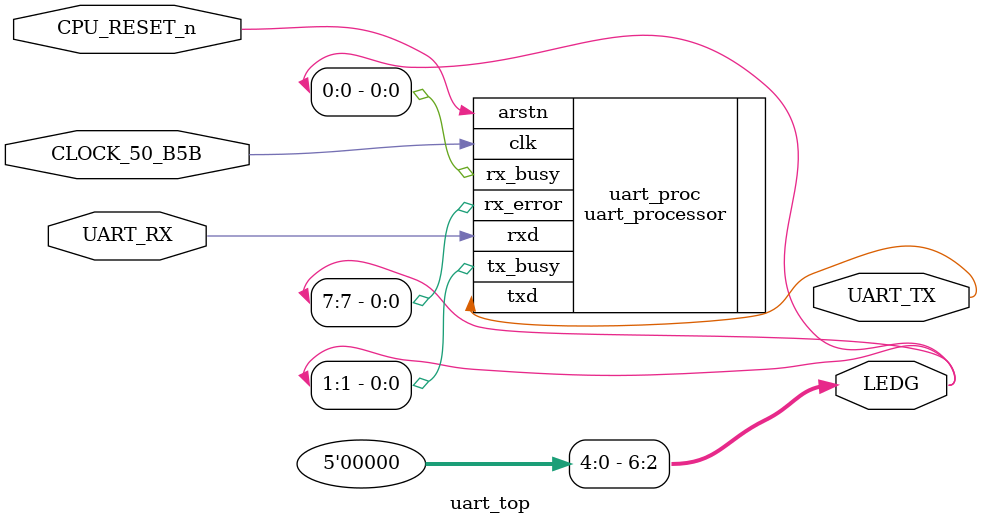
<source format=v>

module uart_top #(
    parameter real CLK_FREQ = 50_000_000,
    parameter integer BAUD_RATE = 115_200
) (
    input wire CLOCK_50_B5B,
    input wire CPU_RESET_n,
    input wire UART_RX,
    output wire UART_TX,
    output wire [7:0] LEDG
);
    uart_processor #(
        .CLK_FREQ(CLK_FREQ),
        .BAUD_RATE(BAUD_RATE)
    ) uart_proc (
        .clk(CLOCK_50_B5B),
        .arstn(CPU_RESET_n),
        .rxd(UART_RX),
        .txd(UART_TX),
        .rx_busy(LEDG[0]),
        .tx_busy(LEDG[1]),
        .rx_error(LEDG[7])
    );

    assign LEDG[6:2] = 5'b0;
endmodule
</source>
